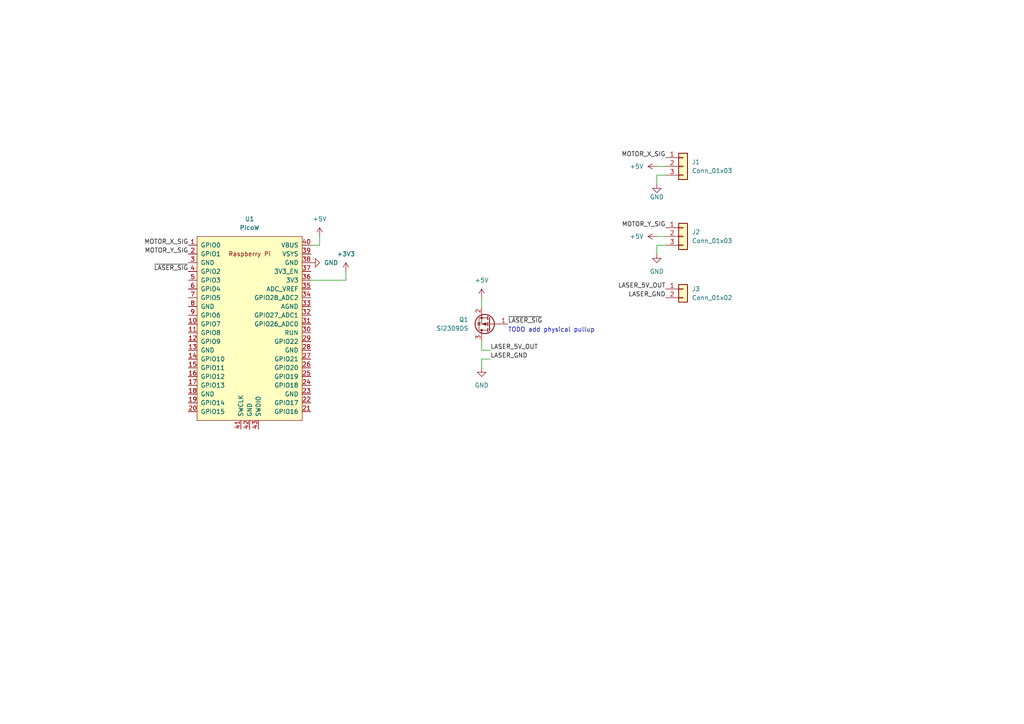
<source format=kicad_sch>
(kicad_sch (version 20211123) (generator eeschema)
  (paper "A4")
  (lib_symbols
    (symbol "Connector_Generic:Conn_01x02" (pin_names (offset 1.016) hide)
      (property "Reference" "J" (at 0 2.54 0))
      (property "Value" "Conn_01x02" (at 0 -5.08 0))
      (symbol "Conn_01x02_1_1"
        (rectangle (start -1.27 -2.413) (end 0 -2.667) (stroke (width 0.1524)))
        (rectangle (start -1.27 0.127) (end 0 -0.127) (stroke (width 0.1524)))
        (rectangle (start -1.27 1.27) (end 1.27 -3.81) (stroke (width 0.254)) (fill (type background)))
        (pin passive line (at -5.08 0 0) (length 3.81) (name "Pin_1") (number "1"))
        (pin passive line (at -5.08 -2.54 0) (length 3.81) (name "Pin_2") (number "2"))
      )
    )
    (symbol "Connector_Generic:Conn_01x03" (pin_names (offset 1.016) hide)
      (property "Reference" "J" (at 0 5.08 0))
      (property "Value" "Conn_01x03" (at 0 -5.08 0))
      (symbol "Conn_01x03_1_1"
        (rectangle (start -1.27 -2.413) (end 0 -2.667) (stroke (width 0.1524)))
        (rectangle (start -1.27 0.127) (end 0 -0.127) (stroke (width 0.1524)))
        (rectangle (start -1.27 2.667) (end 0 2.413) (stroke (width 0.1524)))
        (rectangle (start -1.27 3.81) (end 1.27 -3.81) (stroke (width 0.254)) (fill (type background)))
        (pin passive line (at -5.08 2.54 0) (length 3.81) (name "Pin_1") (number "1"))
        (pin passive line (at -5.08 0 0) (length 3.81) (name "Pin_2") (number "2"))
        (pin passive line (at -5.08 -2.54 0) (length 3.81) (name "Pin_3") (number "3"))
      )
    )
    (symbol "RPi_PicoW:PicoW" (pin_names (offset 1.016))
      (property "Reference" "U" (at -13.97 27.94 0))
      (property "Value" "PicoW" (at 0 19.05 0))
      (symbol "PicoW_0_0"
        (text "Raspberry Pi" (at 0 21.59 0) (effects (font (size 1.27 1.27))))
      )
      (symbol "PicoW_0_1"
        (rectangle (start -15.24 26.67) (end 15.24 -26.67) (fill (type background)))
      )
      (symbol "PicoW_1_1"
        (pin bidirectional line (at -17.78 24.13 0) (length 2.54) (name "GPIO0") (number "1"))
        (pin bidirectional line (at -17.78 1.27 0) (length 2.54) (name "GPIO7") (number "10"))
        (pin bidirectional line (at -17.78 -1.27 0) (length 2.54) (name "GPIO8") (number "11"))
        (pin bidirectional line (at -17.78 -3.81 0) (length 2.54) (name "GPIO9") (number "12"))
        (pin power_in line (at -17.78 -6.35 0) (length 2.54) (name "GND") (number "13"))
        (pin bidirectional line (at -17.78 -8.89 0) (length 2.54) (name "GPIO10") (number "14"))
        (pin bidirectional line (at -17.78 -11.43 0) (length 2.54) (name "GPIO11") (number "15"))
        (pin bidirectional line (at -17.78 -13.97 0) (length 2.54) (name "GPIO12") (number "16"))
        (pin bidirectional line (at -17.78 -16.51 0) (length 2.54) (name "GPIO13") (number "17"))
        (pin power_in line (at -17.78 -19.05 0) (length 2.54) (name "GND") (number "18"))
        (pin bidirectional line (at -17.78 -21.59 0) (length 2.54) (name "GPIO14") (number "19"))
        (pin bidirectional line (at -17.78 21.59 0) (length 2.54) (name "GPIO1") (number "2"))
        (pin bidirectional line (at -17.78 -24.13 0) (length 2.54) (name "GPIO15") (number "20"))
        (pin bidirectional line (at 17.78 -24.13 180) (length 2.54) (name "GPIO16") (number "21"))
        (pin bidirectional line (at 17.78 -21.59 180) (length 2.54) (name "GPIO17") (number "22"))
        (pin power_in line (at 17.78 -19.05 180) (length 2.54) (name "GND") (number "23"))
        (pin bidirectional line (at 17.78 -16.51 180) (length 2.54) (name "GPIO18") (number "24"))
        (pin bidirectional line (at 17.78 -13.97 180) (length 2.54) (name "GPIO19") (number "25"))
        (pin bidirectional line (at 17.78 -11.43 180) (length 2.54) (name "GPIO20") (number "26"))
        (pin bidirectional line (at 17.78 -8.89 180) (length 2.54) (name "GPIO21") (number "27"))
        (pin power_in line (at 17.78 -6.35 180) (length 2.54) (name "GND") (number "28"))
        (pin bidirectional line (at 17.78 -3.81 180) (length 2.54) (name "GPIO22") (number "29"))
        (pin power_in line (at -17.78 19.05 0) (length 2.54) (name "GND") (number "3"))
        (pin input line (at 17.78 -1.27 180) (length 2.54) (name "RUN") (number "30"))
        (pin bidirectional line (at 17.78 1.27 180) (length 2.54) (name "GPIO26_ADC0") (number "31"))
        (pin bidirectional line (at 17.78 3.81 180) (length 2.54) (name "GPIO27_ADC1") (number "32"))
        (pin power_in line (at 17.78 6.35 180) (length 2.54) (name "AGND") (number "33"))
        (pin bidirectional line (at 17.78 8.89 180) (length 2.54) (name "GPIO28_ADC2") (number "34"))
        (pin unspecified line (at 17.78 11.43 180) (length 2.54) (name "ADC_VREF") (number "35"))
        (pin unspecified line (at 17.78 13.97 180) (length 2.54) (name "3V3") (number "36"))
        (pin input line (at 17.78 16.51 180) (length 2.54) (name "3V3_EN") (number "37"))
        (pin bidirectional line (at 17.78 19.05 180) (length 2.54) (name "GND") (number "38"))
        (pin unspecified line (at 17.78 21.59 180) (length 2.54) (name "VSYS") (number "39"))
        (pin bidirectional line (at -17.78 16.51 0) (length 2.54) (name "GPIO2") (number "4"))
        (pin unspecified line (at 17.78 24.13 180) (length 2.54) (name "VBUS") (number "40"))
        (pin input line (at -2.54 -29.21 90) (length 2.54) (name "SWCLK") (number "41"))
        (pin power_in line (at 0 -29.21 90) (length 2.54) (name "GND") (number "42"))
        (pin bidirectional line (at 2.54 -29.21 90) (length 2.54) (name "SWDIO") (number "43"))
        (pin bidirectional line (at -17.78 13.97 0) (length 2.54) (name "GPIO3") (number "5"))
        (pin bidirectional line (at -17.78 11.43 0) (length 2.54) (name "GPIO4") (number "6"))
        (pin bidirectional line (at -17.78 8.89 0) (length 2.54) (name "GPIO5") (number "7"))
        (pin power_in line (at -17.78 6.35 0) (length 2.54) (name "GND") (number "8"))
        (pin bidirectional line (at -17.78 3.81 0) (length 2.54) (name "GPIO6") (number "9"))
      )
    )
    (symbol "Transistor_FET:Si2319CDS" (pin_names hide)
      (property "Reference" "Q" (at 5.08 1.905 0))
      (property "Value" "Si2319CDS" (at 5.08 0 0))
      (symbol "Si2319CDS_0_1"
        (polyline (pts (xy 0.254 0) (xy -2.54 0)))
        (polyline (pts (xy 0.254 1.905) (xy 0.254 -1.905)) (stroke (width 0.254)))
        (polyline (pts (xy 0.762 -1.27) (xy 0.762 -2.286)) (stroke (width 0.254)))
        (polyline (pts (xy 0.762 0.508) (xy 0.762 -0.508)) (stroke (width 0.254)))
        (polyline (pts (xy 0.762 2.286) (xy 0.762 1.27)) (stroke (width 0.254)))
        (polyline (pts (xy 2.54 2.54) (xy 2.54 1.778)))
        (polyline (pts (xy 2.54 -2.54) (xy 2.54 0) (xy 0.762 0)))
        (polyline (pts (xy 0.762 1.778) (xy 3.302 1.778) (xy 3.302 -1.778) (xy 0.762 -1.778)))
        (polyline (pts (xy 2.286 0) (xy 1.27 0.381) (xy 1.27 -0.381) (xy 2.286 0)) (fill (type outline)))
        (polyline (pts (xy 2.794 -0.508) (xy 2.921 -0.381) (xy 3.683 -0.381) (xy 3.81 -0.254)))
        (polyline (pts (xy 3.302 -0.381) (xy 2.921 0.254) (xy 3.683 0.254) (xy 3.302 -0.381)))
        (circle (center 1.651 0) (radius 2.794) (stroke (width 0.254)))
        (circle (center 2.54 -1.778) (radius 0.254) (fill (type outline)))
        (circle (center 2.54 1.778) (radius 0.254) (fill (type outline)))
      )
      (symbol "Si2319CDS_1_1"
        (pin input line (at -5.08 0 0) (length 2.54) (name "G") (number "1"))
        (pin passive line (at 2.54 -5.08 90) (length 2.54) (name "S") (number "2"))
        (pin passive line (at 2.54 5.08 270) (length 2.54) (name "D") (number "3"))
      )
    )
    (symbol "power:+3V3" (power) (pin_names (offset 0))
      (property "Value" "+3V3" (at 0 3.556 0))
      (symbol "+3V3_0_1"
        (polyline (pts (xy -0.762 1.27) (xy 0 2.54)))
        (polyline (pts (xy 0 0) (xy 0 2.54)))
        (polyline (pts (xy 0 2.54) (xy 0.762 1.27)))
      )
      (symbol "+3V3_1_1"
        (pin power_in line (at 0 0 90) (length 0) hide (name "+3V3") (number "1"))
      )
    )
    (symbol "power:+5V" (power) (pin_names (offset 0))
      (property "Value" "+5V" (at 0 3.556 0))
      (symbol "+5V_0_1"
        (polyline (pts (xy -0.762 1.27) (xy 0 2.54)))
        (polyline (pts (xy 0 0) (xy 0 2.54)))
        (polyline (pts (xy 0 2.54) (xy 0.762 1.27)))
      )
      (symbol "+5V_1_1"
        (pin power_in line (at 0 0 90) (length 0) hide (name "+5V") (number "1"))
      )
    )
    (symbol "power:GND" (power) (pin_names (offset 0))
      (property "Value" "GND" (at 0 -3.81 0))
      (symbol "GND_0_1"
        (polyline (pts (xy 0 0) (xy 0 -1.27) (xy 1.27 -1.27) (xy 0 -2.54) (xy -1.27 -1.27) (xy 0 -1.27)))
      )
      (symbol "GND_1_1"
        (pin power_in line (at 0 0 270) (length 0) hide (name "GND") (number "1"))
      )
    )
  )
  (wire (pts (xy 90.17 71.12) (xy 92.71 71.12)))
  (wire (pts (xy 190.5 48.26) (xy 193.04 48.26)))
  (wire (pts (xy 193.04 71.12) (xy 190.5 71.12)))
  (wire (pts (xy 139.7 99.06) (xy 139.7 101.6)))
  (wire (pts (xy 190.5 50.8) (xy 190.5 53.34)))
  (wire (pts (xy 193.04 50.8) (xy 190.5 50.8)))
  (wire (pts (xy 139.7 86.36) (xy 139.7 88.9)))
  (wire (pts (xy 139.7 101.6) (xy 142.24 101.6)))
  (wire (pts (xy 92.71 71.12) (xy 92.71 68.58)))
  (wire (pts (xy 90.17 81.28) (xy 100.33 81.28)))
  (wire (pts (xy 139.7 104.14) (xy 139.7 106.68)))
  (wire (pts (xy 100.33 81.28) (xy 100.33 78.74)))
  (wire (pts (xy 190.5 71.12) (xy 190.5 73.66)))
  (wire (pts (xy 142.24 104.14) (xy 139.7 104.14)))
  (wire (pts (xy 190.5 68.58) (xy 193.04 68.58)))
  (text "TODO add physical pullup" (at 147.32 96.52 0) (effects (font (size 1.27 1.27)) (justify left bottom)))
  (label "LASER_GND" (at 142.24 104.14 0))
  (label "LASER_GND" (at 193.04 86.36 180))
  (label "LASER_5V_OUT" (at 142.24 101.6 0))
  (label "MOTOR_Y_SIG" (at 193.04 66.04 180))
  (label "MOTOR_X_SIG" (at 193.04 45.72 180))
  (label "MOTOR_Y_SIG" (at 54.61 73.66 180))
  (label "~{LASER_SIG}" (at 54.61 78.74 180))
  (label "LASER_5V_OUT" (at 193.04 83.82 180))
  (label "MOTOR_X_SIG" (at 54.61 71.12 180))
  (label "~{LASER_SIG}" (at 147.32 93.98 0))
  (symbol (lib_id "power:+5V") (at 139.7 86.36 0) (unit 1)
    (property "Reference" "#PWR04" (effects hide))
    (property "Value" "+5V" (at 139.7 81.28 0))
  )
  (symbol (lib_id "Connector_Generic:Conn_01x03") (at 198.12 48.26 0) (unit 1)
    (property "Reference" "J1" (at 200.66 46.9899 0) (effects (justify left)))
    (property "Value" "Conn_01x03" (at 200.66 49.5299 0) (effects (justify left)))
    (property "Footprint" "Connector_PinHeader_2.54mm:PinHeader_1x03_P2.54mm_Vertical" (effects hide))
  )
  (symbol (lib_id "power:+5V") (at 190.5 48.26 90) (unit 1)
    (property "Reference" "#PWR06" (effects hide))
    (property "Value" "+5V" (at 186.69 48.2599 90) (effects (justify left)))
  )
  (symbol (lib_id "Connector_Generic:Conn_01x02") (at 198.12 83.82 0) (unit 1)
    (property "Reference" "J3" (at 200.66 83.8199 0) (effects (justify left)))
    (property "Value" "Conn_01x02" (at 200.66 86.3599 0) (effects (justify left)))
    (property "Footprint" "Connector_PinSocket_2.00mm:PinSocket_1x02_P2.00mm_Vertical" (effects hide))
  )
  (symbol (lib_id "power:GND") (at 190.5 73.66 0) (unit 1)
    (property "Reference" "#PWR09" (effects hide))
    (property "Value" "GND" (at 190.5 78.74 0))
  )
  (symbol (lib_id "power:GND") (at 90.17 76.2 90) (unit 1)
    (property "Reference" "#PWR01" (effects hide))
    (property "Value" "GND" (at 93.98 76.1999 90) (effects (justify right)))
  )
  (symbol (lib_id "power:GND") (at 190.5 53.34 0) (unit 1)
    (property "Reference" "#PWR07" (effects hide))
    (property "Value" "GND" (at 190.5 57.15 0))
  )
  (symbol (lib_id "power:+5V") (at 190.5 68.58 90) (unit 1)
    (property "Reference" "#PWR08" (effects hide))
    (property "Value" "+5V" (at 186.69 68.5799 90) (effects (justify left)))
  )
  (symbol (lib_id "power:+3V3") (at 100.33 78.74 0) (unit 1)
    (property "Reference" "#PWR03" (effects hide))
    (property "Value" "+3V3" (at 100.33 73.66 0))
  )
  (symbol (lib_id "power:GND") (at 139.7 106.68 0) (unit 1)
    (property "Reference" "#PWR05" (effects hide))
    (property "Value" "GND" (at 139.7 111.76 0))
  )
  (symbol (lib_id "power:+5V") (at 92.71 68.58 0) (unit 1)
    (property "Reference" "#PWR02" (effects hide))
    (property "Value" "+5V" (at 92.71 63.5 0))
  )
  (symbol (lib_id "Connector_Generic:Conn_01x03") (at 198.12 68.58 0) (unit 1)
    (property "Reference" "J2" (at 200.66 67.3099 0) (effects (justify left)))
    (property "Value" "Conn_01x03" (at 200.66 69.8499 0) (effects (justify left)))
    (property "Footprint" "Connector_PinHeader_2.54mm:PinHeader_1x03_P2.54mm_Vertical" (effects hide))
  )
  (symbol (lib_id "RPi_PicoW:PicoW") (at 72.39 95.25 0) (unit 1)
    (property "Reference" "U1" (at 72.39 63.5 0))
    (property "Value" "PicoW" (at 72.39 66.04 0))
    (property "Footprint" "RPi_PicoW:RPi_PicoW_SMD_TH" (effects hide))
  )
  (symbol (lib_id "Transistor_FET:Si2319CDS") (at 142.24 93.98 180) (unit 1)
    (property "Reference" "Q1" (at 135.89 92.7099 0) (effects (justify left)))
    (property "Value" "Si2309DS" (at 135.89 95.2499 0) (effects (justify left)))
    (property "Footprint" "Package_TO_SOT_SMD:SOT-23" (effects hide))
    (property "Datasheet" "http://www.vishay.com/docs/66709/si2319cd.pdf" (effects hide))
  )
)
</source>
